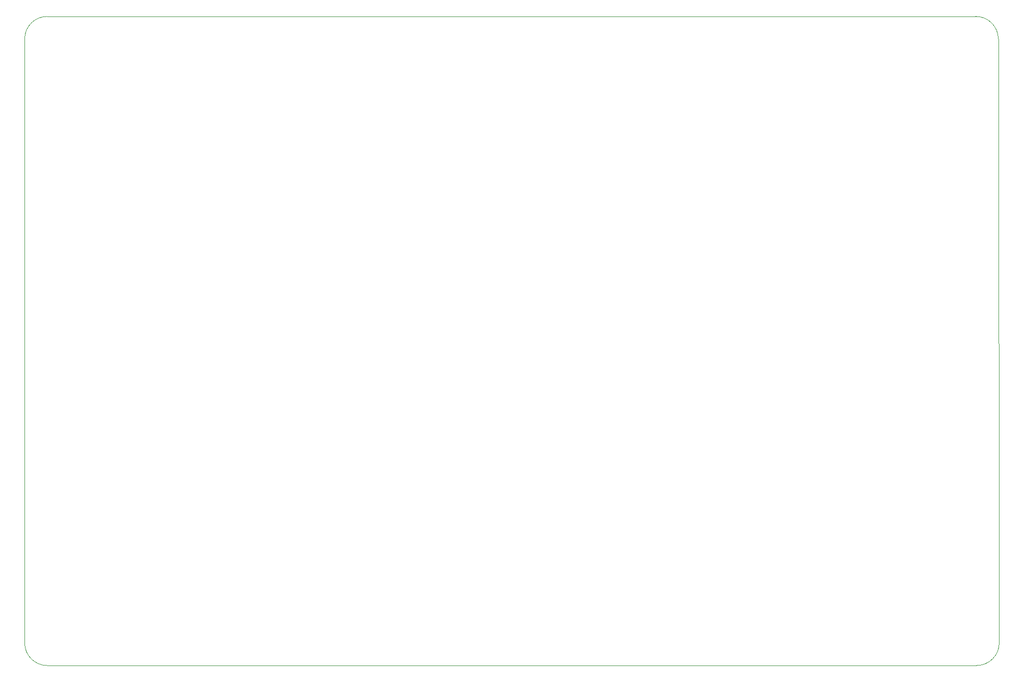
<source format=gbr>
%TF.GenerationSoftware,KiCad,Pcbnew,7.0.9*%
%TF.CreationDate,2024-04-09T00:56:21-04:00*%
%TF.ProjectId,WIRED-I2C-Shield-revA4,57495245-442d-4493-9243-2d536869656c,RevA4*%
%TF.SameCoordinates,Original*%
%TF.FileFunction,Profile,NP*%
%FSLAX46Y46*%
G04 Gerber Fmt 4.6, Leading zero omitted, Abs format (unit mm)*
G04 Created by KiCad (PCBNEW 7.0.9) date 2024-04-09 00:56:21*
%MOMM*%
%LPD*%
G01*
G04 APERTURE LIST*
%TA.AperFunction,Profile*%
%ADD10C,0.100000*%
%TD*%
G04 APERTURE END LIST*
D10*
X68834000Y-28194000D02*
X68834000Y-130556000D01*
X72644000Y-134366000D02*
X230124000Y-134366000D01*
X233779900Y-28194000D02*
G75*
G03*
X229969923Y-24384000I-3810000J0D01*
G01*
X72644000Y-24384000D02*
G75*
G03*
X68834000Y-28194000I0J-3810000D01*
G01*
X68834000Y-130556000D02*
G75*
G03*
X72644000Y-134366000I3810000J0D01*
G01*
X229969923Y-24384000D02*
X72644000Y-24384000D01*
X233934000Y-130556000D02*
X233779923Y-28194000D01*
X230124000Y-134366000D02*
G75*
G03*
X233934000Y-130556000I0J3810000D01*
G01*
M02*

</source>
